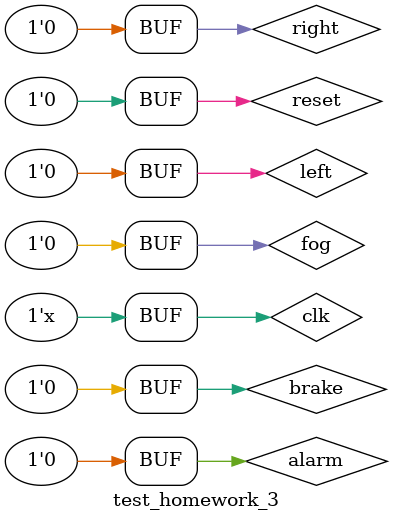
<source format=sv>
`timescale 1ms/1us // time unit / compiler time precision 

module test_homework_3();

// set up variables 
reg clk, reset, left, right, brake,fog, alarm;

// output variables
wire la, lb, lc, ra, rb, rc;

// module under test 
Homework_3 fsm(
	.clk(clk),
	.reset(reset),
	.left(left),
	.right(right),
	.brake(brake),
	.fog(fog),
	.alarm(alarm),
	.la(la),
	.lb(lb),
	.lc(lc),
	.ra(ra),
	.rb(rb),
	.rc(rc)
);

// Init Clock of period (10*TimeUnit)/2
always #500 clk = ~clk;

initial 
	begin 
		clk = 1'b0;
		left = 1'b0;
		right = 1'b0;
		
		// start with state S0 
		reset = 1'b1;
		#1200
		
		// turn left
		reset = 1'b0;
		left = 1'b1;
		#1000
		left = 1'b0;
		#1000
		
		// turn right
		right = 1'b1;
		#1000
		right = 1'b0;
		#1000
		
		// turn both direction
		left = 1'b1;
		right = 1'b1;
		#1500
		
		// quit left so should turn on only right
		left = 1'b0;
		#1100
		
		// resetting mid turning signal
		reset = 1'b1;
		#1200
		right = 1'b0;
		#1200;
		
		// testing brake
		reset = 1'b0;
		#1200
		brake = 1'b1;
		#600
		brake = 1'b0;
		#600
		brake = 1'b1;
		#2000
		
		// testing fog
		brake = 1'b0;
		#1800
		fog = 1'b1;
		#4000
		fog = 1'b0;
		#1200;
		
		// testing alarm
		brake = 1'b0;
		#1800
		alarm = 1'b1;
		#4000
		alarm = 1'b0;
		#1200;
	end
endmodule 
		
		
		
		
		
		
		

	
</source>
